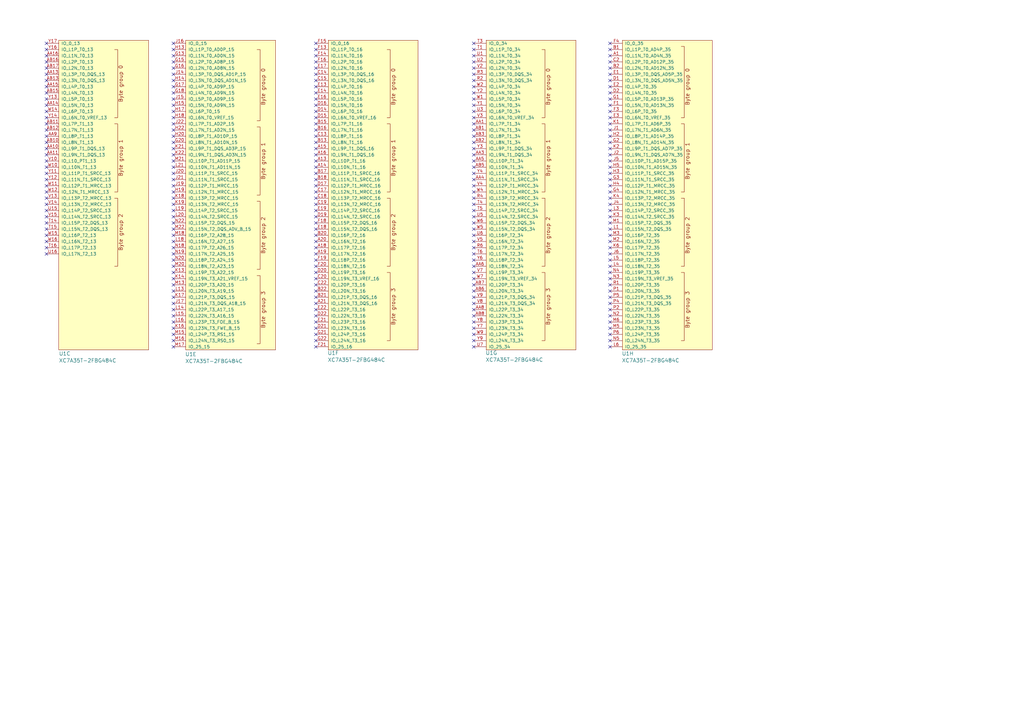
<source format=kicad_sch>
(kicad_sch (version 20231120) (generator "eeschema") (generator_version "8.0")
  (paper "A3")
  (no_connect (at 194.31 33.02))
  (no_connect (at 194.31 71.12))
  (no_connect (at 71.12 43.18))
  (no_connect (at 19.05 76.2))
  (no_connect (at 19.05 88.9))
  (no_connect (at 71.12 137.16))
  (no_connect (at 19.05 104.14))
  (no_connect (at 194.31 78.74))
  (no_connect (at 250.19 91.44))
  (no_connect (at 129.54 101.6))
  (no_connect (at 129.54 88.9))
  (no_connect (at 71.12 48.26))
  (no_connect (at 19.05 25.4))
  (no_connect (at 71.12 109.22))
  (no_connect (at 19.05 40.64))
  (no_connect (at 129.54 76.2))
  (no_connect (at 250.19 27.94))
  (no_connect (at 19.05 63.5))
  (no_connect (at 129.54 111.76))
  (no_connect (at 194.31 88.9))
  (no_connect (at 194.31 35.56))
  (no_connect (at 71.12 25.4))
  (no_connect (at 19.05 38.1))
  (no_connect (at 19.05 53.34))
  (no_connect (at 129.54 78.74))
  (no_connect (at 250.19 33.02))
  (no_connect (at 194.31 43.18))
  (no_connect (at 194.31 119.38))
  (no_connect (at 129.54 99.06))
  (no_connect (at 250.19 142.24))
  (no_connect (at 194.31 58.42))
  (no_connect (at 250.19 45.72))
  (no_connect (at 194.31 139.7))
  (no_connect (at 19.05 66.04))
  (no_connect (at 71.12 124.46))
  (no_connect (at 71.12 60.96))
  (no_connect (at 19.05 55.88))
  (no_connect (at 71.12 71.12))
  (no_connect (at 250.19 124.46))
  (no_connect (at 71.12 35.56))
  (no_connect (at 129.54 63.5))
  (no_connect (at 250.19 38.1))
  (no_connect (at 250.19 66.04))
  (no_connect (at 250.19 109.22))
  (no_connect (at 129.54 134.62))
  (no_connect (at 129.54 116.84))
  (no_connect (at 194.31 20.32))
  (no_connect (at 71.12 127))
  (no_connect (at 129.54 93.98))
  (no_connect (at 71.12 93.98))
  (no_connect (at 250.19 48.26))
  (no_connect (at 129.54 96.52))
  (no_connect (at 19.05 68.58))
  (no_connect (at 71.12 142.24))
  (no_connect (at 250.19 137.16))
  (no_connect (at 129.54 106.68))
  (no_connect (at 71.12 101.6))
  (no_connect (at 194.31 137.16))
  (no_connect (at 194.31 25.4))
  (no_connect (at 129.54 20.32))
  (no_connect (at 250.19 96.52))
  (no_connect (at 250.19 43.18))
  (no_connect (at 129.54 114.3))
  (no_connect (at 129.54 45.72))
  (no_connect (at 129.54 127))
  (no_connect (at 19.05 93.98))
  (no_connect (at 71.12 45.72))
  (no_connect (at 129.54 137.16))
  (no_connect (at 194.31 53.34))
  (no_connect (at 250.19 129.54))
  (no_connect (at 194.31 30.48))
  (no_connect (at 129.54 43.18))
  (no_connect (at 194.31 81.28))
  (no_connect (at 194.31 45.72))
  (no_connect (at 250.19 20.32))
  (no_connect (at 71.12 129.54))
  (no_connect (at 250.19 58.42))
  (no_connect (at 129.54 48.26))
  (no_connect (at 19.05 17.78))
  (no_connect (at 250.19 71.12))
  (no_connect (at 250.19 127))
  (no_connect (at 194.31 73.66))
  (no_connect (at 250.19 63.5))
  (no_connect (at 194.31 142.24))
  (no_connect (at 250.19 139.7))
  (no_connect (at 71.12 40.64))
  (no_connect (at 250.19 81.28))
  (no_connect (at 194.31 22.86))
  (no_connect (at 194.31 134.62))
  (no_connect (at 129.54 83.82))
  (no_connect (at 71.12 76.2))
  (no_connect (at 250.19 53.34))
  (no_connect (at 71.12 114.3))
  (no_connect (at 19.05 78.74))
  (no_connect (at 129.54 17.78))
  (no_connect (at 71.12 86.36))
  (no_connect (at 19.05 33.02))
  (no_connect (at 129.54 142.24))
  (no_connect (at 194.31 86.36))
  (no_connect (at 71.12 106.68))
  (no_connect (at 250.19 55.88))
  (no_connect (at 19.05 71.12))
  (no_connect (at 250.19 134.62))
  (no_connect (at 19.05 73.66))
  (no_connect (at 194.31 104.14))
  (no_connect (at 71.12 88.9))
  (no_connect (at 250.19 25.4))
  (no_connect (at 194.31 55.88))
  (no_connect (at 250.19 99.06))
  (no_connect (at 71.12 104.14))
  (no_connect (at 71.12 111.76))
  (no_connect (at 129.54 22.86))
  (no_connect (at 71.12 119.38))
  (no_connect (at 71.12 83.82))
  (no_connect (at 71.12 81.28))
  (no_connect (at 19.05 86.36))
  (no_connect (at 129.54 68.58))
  (no_connect (at 194.31 76.2))
  (no_connect (at 194.31 127))
  (no_connect (at 129.54 104.14))
  (no_connect (at 194.31 50.8))
  (no_connect (at 250.19 73.66))
  (no_connect (at 250.19 50.8))
  (no_connect (at 71.12 78.74))
  (no_connect (at 129.54 81.28))
  (no_connect (at 194.31 68.58))
  (no_connect (at 19.05 30.48))
  (no_connect (at 19.05 50.8))
  (no_connect (at 194.31 83.82))
  (no_connect (at 129.54 50.8))
  (no_connect (at 71.12 27.94))
  (no_connect (at 250.19 116.84))
  (no_connect (at 71.12 139.7))
  (no_connect (at 19.05 96.52))
  (no_connect (at 71.12 33.02))
  (no_connect (at 71.12 58.42))
  (no_connect (at 129.54 38.1))
  (no_connect (at 19.05 91.44))
  (no_connect (at 71.12 22.86))
  (no_connect (at 71.12 91.44))
  (no_connect (at 129.54 55.88))
  (no_connect (at 129.54 91.44))
  (no_connect (at 194.31 40.64))
  (no_connect (at 250.19 83.82))
  (no_connect (at 250.19 106.68))
  (no_connect (at 19.05 48.26))
  (no_connect (at 194.31 60.96))
  (no_connect (at 71.12 73.66))
  (no_connect (at 129.54 60.96))
  (no_connect (at 250.19 30.48))
  (no_connect (at 19.05 22.86))
  (no_connect (at 194.31 17.78))
  (no_connect (at 194.31 132.08))
  (no_connect (at 19.05 27.94))
  (no_connect (at 194.31 66.04))
  (no_connect (at 129.54 53.34))
  (no_connect (at 71.12 53.34))
  (no_connect (at 129.54 73.66))
  (no_connect (at 250.19 40.64))
  (no_connect (at 250.19 121.92))
  (no_connect (at 250.19 101.6))
  (no_connect (at 129.54 129.54))
  (no_connect (at 19.05 101.6))
  (no_connect (at 194.31 106.68))
  (no_connect (at 129.54 27.94))
  (no_connect (at 129.54 86.36))
  (no_connect (at 19.05 99.06))
  (no_connect (at 129.54 139.7))
  (no_connect (at 71.12 132.08))
  (no_connect (at 19.05 35.56))
  (no_connect (at 71.12 116.84))
  (no_connect (at 194.31 63.5))
  (no_connect (at 194.31 121.92))
  (no_connect (at 129.54 33.02))
  (no_connect (at 19.05 43.18))
  (no_connect (at 19.05 83.82))
  (no_connect (at 71.12 50.8))
  (no_connect (at 250.19 17.78))
  (no_connect (at 250.19 119.38))
  (no_connect (at 19.05 58.42))
  (no_connect (at 129.54 30.48))
  (no_connect (at 129.54 58.42))
  (no_connect (at 129.54 124.46))
  (no_connect (at 71.12 68.58))
  (no_connect (at 250.19 93.98))
  (no_connect (at 71.12 30.48))
  (no_connect (at 250.19 60.96))
  (no_connect (at 129.54 66.04))
  (no_connect (at 194.31 91.44))
  (no_connect (at 129.54 119.38))
  (no_connect (at 194.31 111.76))
  (no_connect (at 194.31 129.54))
  (no_connect (at 250.19 86.36))
  (no_connect (at 194.31 38.1))
  (no_connect (at 129.54 132.08))
  (no_connect (at 71.12 96.52))
  (no_connect (at 129.54 40.64))
  (no_connect (at 250.19 132.08))
  (no_connect (at 250.19 114.3))
  (no_connect (at 71.12 63.5))
  (no_connect (at 194.31 96.52))
  (no_connect (at 129.54 121.92))
  (no_connect (at 71.12 66.04))
  (no_connect (at 129.54 35.56))
  (no_connect (at 250.19 22.86))
  (no_connect (at 19.05 81.28))
  (no_connect (at 194.31 101.6))
  (no_connect (at 19.05 60.96))
  (no_connect (at 250.19 76.2))
  (no_connect (at 194.31 124.46))
  (no_connect (at 129.54 71.12))
  (no_connect (at 71.12 38.1))
  (no_connect (at 71.12 121.92))
  (no_connect (at 71.12 134.62))
  (no_connect (at 250.19 111.76))
  (no_connect (at 19.05 20.32))
  (no_connect (at 194.31 99.06))
  (no_connect (at 71.12 20.32))
  (no_connect (at 71.12 55.88))
  (no_connect (at 250.19 104.14))
  (no_connect (at 250.19 68.58))
  (no_connect (at 250.19 35.56))
  (no_connect (at 71.12 99.06))
  (no_connect (at 194.31 93.98))
  (no_connect (at 129.54 25.4))
  (no_connect (at 129.54 109.22))
  (no_connect (at 194.31 114.3))
  (no_connect (at 19.05 45.72))
  (no_connect (at 250.19 88.9))
  (no_connect (at 194.31 109.22))
  (no_connect (at 194.31 27.94))
  (no_connect (at 250.19 78.74))
  (no_connect (at 71.12 17.78))
  (no_connect (at 194.31 116.84))
  (no_connect (at 194.31 48.26))
  (symbol (lib_id "xilinx-azonenberg:XC7AxxxT-xFBG484") (at 255.27 142.24 0) (unit 8)
    (property "Reference" "U1" (at 255.016 144.9951 0) (effects (font (size 1.524 1.524)) (justify left)))
    (property "Value" "XC7A35T-2FBG484C" (at 255.016 147.828 0) (effects (font (size 1.524 1.524)) (justify left)))
    (property "Footprint" "azonenberg_pcb:BGA_484_22x22_FULLARRAY_1MM" (effects (hide yes)))
  )
  (symbol (lib_id "xilinx-azonenberg:XC7AxxxT-xFBG484") (at 134.62 142.24 0) (unit 6)
    (property "Reference" "U1" (at 134.366 144.78 0) (effects (font (size 1.524 1.524)) (justify left)))
    (property "Value" "XC7A35T-2FBG484C" (at 134.366 147.6129 0) (effects (font (size 1.524 1.524)) (justify left)))
    (property "Footprint" "azonenberg_pcb:BGA_484_22x22_FULLARRAY_1MM" (effects (hide yes)))
  )
  (symbol (lib_id "xilinx-azonenberg:XC7AxxxT-xFBG484") (at 199.39 142.24 0) (unit 7)
    (property "Reference" "U1" (at 199.136 144.7411 0) (effects (font (size 1.524 1.524)) (justify left)))
    (property "Value" "XC7A35T-2FBG484C" (at 199.136 147.574 0) (effects (font (size 1.524 1.524)) (justify left)))
    (property "Footprint" "azonenberg_pcb:BGA_484_22x22_FULLARRAY_1MM" (effects (hide yes)))
  )
  (symbol (lib_id "xilinx-azonenberg:XC7AxxxT-xFBG484") (at 76.2 142.24 0) (unit 5)
    (property "Reference" "U1" (at 75.946 145.288 0) (effects (font (size 1.524 1.524)) (justify left)))
    (property "Value" "XC7A35T-2FBG484C" (at 75.946 148.1209 0) (effects (font (size 1.524 1.524)) (justify left)))
    (property "Footprint" "azonenberg_pcb:BGA_484_22x22_FULLARRAY_1MM" (effects (hide yes)))
  )
  (symbol (lib_id "xilinx-azonenberg:XC7AxxxT-xFBG484") (at 24.13 142.24 0) (unit 3)
    (property "Reference" "U1" (at 24.13 145.034 0) (effects (font (size 1.524 1.524)) (justify left)))
    (property "Value" "XC7A35T-2FBG484C" (at 24.13 147.8669 0) (effects (font (size 1.524 1.524)) (justify left)))
    (property "Footprint" "azonenberg_pcb:BGA_484_22x22_FULLARRAY_1MM" (effects (hide yes)))
  )
)
</source>
